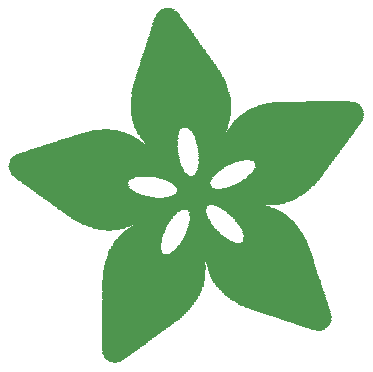
<source format=gbo>
G75*
%MOIN*%
%OFA0B0*%
%FSLAX25Y25*%
%IPPOS*%
%LPD*%
%AMOC8*
5,1,8,0,0,1.08239X$1,22.5*
%
%ADD10R,0.01665X0.00185*%
%ADD11R,0.02775X0.00185*%
%ADD12R,0.03700X0.00185*%
%ADD13R,0.04440X0.00185*%
%ADD14R,0.04995X0.00185*%
%ADD15R,0.05550X0.00185*%
%ADD16R,0.06290X0.00185*%
%ADD17R,0.06660X0.00185*%
%ADD18R,0.07030X0.00185*%
%ADD19R,0.07400X0.00185*%
%ADD20R,0.07770X0.00185*%
%ADD21R,0.08325X0.00185*%
%ADD22R,0.08510X0.00185*%
%ADD23R,0.08880X0.00185*%
%ADD24R,0.09250X0.00185*%
%ADD25R,0.09435X0.00185*%
%ADD26R,0.09805X0.00185*%
%ADD27R,0.10175X0.00185*%
%ADD28R,0.10360X0.00185*%
%ADD29R,0.10730X0.00185*%
%ADD30R,0.10915X0.00185*%
%ADD31R,0.11285X0.00185*%
%ADD32R,0.11655X0.00185*%
%ADD33R,0.11840X0.00185*%
%ADD34R,0.12025X0.00185*%
%ADD35R,0.12395X0.00185*%
%ADD36R,0.12580X0.00185*%
%ADD37R,0.12765X0.00185*%
%ADD38R,0.13135X0.00185*%
%ADD39R,0.13320X0.00185*%
%ADD40R,0.13690X0.00185*%
%ADD41R,0.13875X0.00185*%
%ADD42R,0.14060X0.00185*%
%ADD43R,0.14430X0.00185*%
%ADD44R,0.14615X0.00185*%
%ADD45R,0.14800X0.00185*%
%ADD46R,0.15170X0.00185*%
%ADD47R,0.15355X0.00185*%
%ADD48R,0.15540X0.00185*%
%ADD49R,0.15910X0.00185*%
%ADD50R,0.16095X0.00185*%
%ADD51R,0.16465X0.00185*%
%ADD52R,0.16650X0.00185*%
%ADD53R,0.16835X0.00185*%
%ADD54R,0.17205X0.00185*%
%ADD55R,0.17390X0.00185*%
%ADD56R,0.17575X0.00185*%
%ADD57R,0.17945X0.00185*%
%ADD58R,0.18130X0.00185*%
%ADD59R,0.18315X0.00185*%
%ADD60R,0.18685X0.00185*%
%ADD61R,0.18870X0.00185*%
%ADD62R,0.19240X0.00185*%
%ADD63R,0.19425X0.00185*%
%ADD64R,0.19610X0.00185*%
%ADD65R,0.19980X0.00185*%
%ADD66R,0.20165X0.00185*%
%ADD67R,0.20350X0.00185*%
%ADD68R,0.02220X0.00185*%
%ADD69R,0.20720X0.00185*%
%ADD70R,0.03515X0.00185*%
%ADD71R,0.20905X0.00185*%
%ADD72R,0.04625X0.00185*%
%ADD73R,0.21275X0.00185*%
%ADD74R,0.05365X0.00185*%
%ADD75R,0.21460X0.00185*%
%ADD76R,0.21645X0.00185*%
%ADD77R,0.07030X0.00185*%
%ADD78R,0.22015X0.00185*%
%ADD79R,0.22200X0.00185*%
%ADD80R,0.08510X0.00185*%
%ADD81R,0.22385X0.00185*%
%ADD82R,0.22755X0.00185*%
%ADD83R,0.09990X0.00185*%
%ADD84R,0.22940X0.00185*%
%ADD85R,0.10545X0.00185*%
%ADD86R,0.23125X0.00185*%
%ADD87R,0.23495X0.00185*%
%ADD88R,0.12025X0.00185*%
%ADD89R,0.23680X0.00185*%
%ADD90R,0.24050X0.00185*%
%ADD91R,0.24235X0.00185*%
%ADD92R,0.24420X0.00185*%
%ADD93R,0.24790X0.00185*%
%ADD94R,0.14985X0.00185*%
%ADD95R,0.24975X0.00185*%
%ADD96R,0.15725X0.00185*%
%ADD97R,0.25160X0.00185*%
%ADD98R,0.16280X0.00185*%
%ADD99R,0.25530X0.00185*%
%ADD100R,0.25715X0.00185*%
%ADD101R,0.17390X0.00185*%
%ADD102R,0.25900X0.00185*%
%ADD103R,0.26085X0.00185*%
%ADD104R,0.18500X0.00185*%
%ADD105R,0.26455X0.00185*%
%ADD106R,0.19055X0.00185*%
%ADD107R,0.26640X0.00185*%
%ADD108R,0.26825X0.00185*%
%ADD109R,0.27010X0.00185*%
%ADD110R,0.20535X0.00185*%
%ADD111R,0.27195X0.00185*%
%ADD112R,0.21090X0.00185*%
%ADD113R,0.27380X0.00185*%
%ADD114R,0.27565X0.00185*%
%ADD115R,0.22385X0.00185*%
%ADD116R,0.27750X0.00185*%
%ADD117R,0.27935X0.00185*%
%ADD118R,0.23310X0.00185*%
%ADD119R,0.28120X0.00185*%
%ADD120R,0.23865X0.00185*%
%ADD121R,0.28305X0.00185*%
%ADD122R,0.28490X0.00185*%
%ADD123R,0.24790X0.00185*%
%ADD124R,0.28675X0.00185*%
%ADD125R,0.25345X0.00185*%
%ADD126R,0.28860X0.00185*%
%ADD127R,0.25900X0.00185*%
%ADD128R,0.29045X0.00185*%
%ADD129R,0.26270X0.00185*%
%ADD130R,0.29230X0.00185*%
%ADD131R,0.26825X0.00185*%
%ADD132R,0.29415X0.00185*%
%ADD133R,0.27195X0.00185*%
%ADD134R,0.29600X0.00185*%
%ADD135R,0.29785X0.00185*%
%ADD136R,0.28305X0.00185*%
%ADD137R,0.29970X0.00185*%
%ADD138R,0.28860X0.00185*%
%ADD139R,0.30155X0.00185*%
%ADD140R,0.29045X0.00185*%
%ADD141R,0.30340X0.00185*%
%ADD142R,0.29785X0.00185*%
%ADD143R,0.30525X0.00185*%
%ADD144R,0.30710X0.00185*%
%ADD145R,0.30525X0.00185*%
%ADD146R,0.30895X0.00185*%
%ADD147R,0.31080X0.00185*%
%ADD148R,0.30895X0.00185*%
%ADD149R,0.31265X0.00185*%
%ADD150R,0.31450X0.00185*%
%ADD151R,0.31635X0.00185*%
%ADD152R,0.32005X0.00185*%
%ADD153R,0.32005X0.00185*%
%ADD154R,0.31820X0.00185*%
%ADD155R,0.32190X0.00185*%
%ADD156R,0.31820X0.00185*%
%ADD157R,0.32560X0.00185*%
%ADD158R,0.32560X0.00185*%
%ADD159R,0.32745X0.00185*%
%ADD160R,0.33115X0.00185*%
%ADD161R,0.32375X0.00185*%
%ADD162R,0.33300X0.00185*%
%ADD163R,0.33485X0.00185*%
%ADD164R,0.33670X0.00185*%
%ADD165R,0.32745X0.00185*%
%ADD166R,0.33855X0.00185*%
%ADD167R,0.32930X0.00185*%
%ADD168R,0.33855X0.00185*%
%ADD169R,0.34040X0.00185*%
%ADD170R,0.34225X0.00185*%
%ADD171R,0.34410X0.00185*%
%ADD172R,0.34595X0.00185*%
%ADD173R,0.34780X0.00185*%
%ADD174R,0.34965X0.00185*%
%ADD175R,0.33485X0.00185*%
%ADD176R,0.34965X0.00185*%
%ADD177R,0.33670X0.00185*%
%ADD178R,0.35150X0.00185*%
%ADD179R,0.35335X0.00185*%
%ADD180R,0.35520X0.00185*%
%ADD181R,0.34040X0.00185*%
%ADD182R,0.35705X0.00185*%
%ADD183R,0.35520X0.00185*%
%ADD184R,0.34040X0.00185*%
%ADD185R,0.34225X0.00185*%
%ADD186R,0.35890X0.00185*%
%ADD187R,0.36075X0.00185*%
%ADD188R,0.35890X0.00185*%
%ADD189R,0.36075X0.00185*%
%ADD190R,0.34225X0.00185*%
%ADD191R,0.36260X0.00185*%
%ADD192R,0.36260X0.00185*%
%ADD193R,0.36075X0.00185*%
%ADD194R,0.36260X0.00185*%
%ADD195R,0.36260X0.00185*%
%ADD196R,0.69375X0.00185*%
%ADD197R,0.69190X0.00185*%
%ADD198R,0.69005X0.00185*%
%ADD199R,0.69005X0.00185*%
%ADD200R,0.68820X0.00185*%
%ADD201R,0.68635X0.00185*%
%ADD202R,0.68450X0.00185*%
%ADD203R,0.68265X0.00185*%
%ADD204R,0.68080X0.00185*%
%ADD205R,0.67895X0.00185*%
%ADD206R,0.47730X0.00185*%
%ADD207R,0.18685X0.00185*%
%ADD208R,0.47175X0.00185*%
%ADD209R,0.46805X0.00185*%
%ADD210R,0.46435X0.00185*%
%ADD211R,0.17760X0.00185*%
%ADD212R,0.46250X0.00185*%
%ADD213R,0.45695X0.00185*%
%ADD214R,0.17390X0.00185*%
%ADD215R,0.45510X0.00185*%
%ADD216R,0.45325X0.00185*%
%ADD217R,0.17205X0.00185*%
%ADD218R,0.44955X0.00185*%
%ADD219R,0.17020X0.00185*%
%ADD220R,0.44770X0.00185*%
%ADD221R,0.44585X0.00185*%
%ADD222R,0.16835X0.00185*%
%ADD223R,0.44215X0.00185*%
%ADD224R,0.44030X0.00185*%
%ADD225R,0.43845X0.00185*%
%ADD226R,0.16465X0.00185*%
%ADD227R,0.43475X0.00185*%
%ADD228R,0.16280X0.00185*%
%ADD229R,0.43105X0.00185*%
%ADD230R,0.42920X0.00185*%
%ADD231R,0.16095X0.00185*%
%ADD232R,0.42735X0.00185*%
%ADD233R,0.42550X0.00185*%
%ADD234R,0.22755X0.00185*%
%ADD235R,0.19240X0.00185*%
%ADD236R,0.15725X0.00185*%
%ADD237R,0.21830X0.00185*%
%ADD238R,0.15725X0.00185*%
%ADD239R,0.21460X0.00185*%
%ADD240R,0.21090X0.00185*%
%ADD241R,0.15540X0.00185*%
%ADD242R,0.15355X0.00185*%
%ADD243R,0.20720X0.00185*%
%ADD244R,0.15910X0.00185*%
%ADD245R,0.15170X0.00185*%
%ADD246R,0.20535X0.00185*%
%ADD247R,0.14985X0.00185*%
%ADD248R,0.14245X0.00185*%
%ADD249R,0.14800X0.00185*%
%ADD250R,0.20350X0.00185*%
%ADD251R,0.13875X0.00185*%
%ADD252R,0.14615X0.00185*%
%ADD253R,0.19980X0.00185*%
%ADD254R,0.19795X0.00185*%
%ADD255R,0.14060X0.00185*%
%ADD256R,0.13875X0.00185*%
%ADD257R,0.19610X0.00185*%
%ADD258R,0.11100X0.00185*%
%ADD259R,0.19610X0.00185*%
%ADD260R,0.10730X0.00185*%
%ADD261R,0.13505X0.00185*%
%ADD262R,0.19425X0.00185*%
%ADD263R,0.10175X0.00185*%
%ADD264R,0.12950X0.00185*%
%ADD265R,0.01850X0.00185*%
%ADD266R,0.09435X0.00185*%
%ADD267R,0.07215X0.00185*%
%ADD268R,0.12580X0.00185*%
%ADD269R,0.08880X0.00185*%
%ADD270R,0.09065X0.00185*%
%ADD271R,0.12210X0.00185*%
%ADD272R,0.08695X0.00185*%
%ADD273R,0.11470X0.00185*%
%ADD274R,0.11840X0.00185*%
%ADD275R,0.13690X0.00185*%
%ADD276R,0.08140X0.00185*%
%ADD277R,0.11470X0.00185*%
%ADD278R,0.19240X0.00185*%
%ADD279R,0.07955X0.00185*%
%ADD280R,0.19055X0.00185*%
%ADD281R,0.07770X0.00185*%
%ADD282R,0.28490X0.00185*%
%ADD283R,0.07215X0.00185*%
%ADD284R,0.06845X0.00185*%
%ADD285R,0.19055X0.00185*%
%ADD286R,0.06845X0.00185*%
%ADD287R,0.31450X0.00185*%
%ADD288R,0.06475X0.00185*%
%ADD289R,0.32745X0.00185*%
%ADD290R,0.18870X0.00185*%
%ADD291R,0.06105X0.00185*%
%ADD292R,0.05920X0.00185*%
%ADD293R,0.34965X0.00185*%
%ADD294R,0.05735X0.00185*%
%ADD295R,0.05735X0.00185*%
%ADD296R,0.35890X0.00185*%
%ADD297R,0.05550X0.00185*%
%ADD298R,0.36630X0.00185*%
%ADD299R,0.37185X0.00185*%
%ADD300R,0.37555X0.00185*%
%ADD301R,0.38110X0.00185*%
%ADD302R,0.05735X0.00185*%
%ADD303R,0.38480X0.00185*%
%ADD304R,0.39035X0.00185*%
%ADD305R,0.05920X0.00185*%
%ADD306R,0.39590X0.00185*%
%ADD307R,0.06105X0.00185*%
%ADD308R,0.40145X0.00185*%
%ADD309R,0.17945X0.00185*%
%ADD310R,0.06475X0.00185*%
%ADD311R,0.40885X0.00185*%
%ADD312R,0.17760X0.00185*%
%ADD313R,0.49025X0.00185*%
%ADD314R,0.49210X0.00185*%
%ADD315R,0.17575X0.00185*%
%ADD316R,0.49765X0.00185*%
%ADD317R,0.49950X0.00185*%
%ADD318R,0.50320X0.00185*%
%ADD319R,0.50875X0.00185*%
%ADD320R,0.51245X0.00185*%
%ADD321R,0.51985X0.00185*%
%ADD322R,0.01480X0.00185*%
%ADD323R,0.69745X0.00185*%
%ADD324R,0.75850X0.00185*%
%ADD325R,0.77145X0.00185*%
%ADD326R,0.78070X0.00185*%
%ADD327R,0.78995X0.00185*%
%ADD328R,0.79735X0.00185*%
%ADD329R,0.80475X0.00185*%
%ADD330R,0.81400X0.00185*%
%ADD331R,0.81955X0.00185*%
%ADD332R,0.82695X0.00185*%
%ADD333R,0.83250X0.00185*%
%ADD334R,0.83805X0.00185*%
%ADD335R,0.84545X0.00185*%
%ADD336R,0.44400X0.00185*%
%ADD337R,0.37370X0.00185*%
%ADD338R,0.42920X0.00185*%
%ADD339R,0.34595X0.00185*%
%ADD340R,0.42735X0.00185*%
%ADD341R,0.43105X0.00185*%
%ADD342R,0.43290X0.00185*%
%ADD343R,0.43475X0.00185*%
%ADD344R,0.12210X0.00185*%
%ADD345R,0.28120X0.00185*%
%ADD346R,0.11840X0.00185*%
%ADD347R,0.27010X0.00185*%
%ADD348R,0.12395X0.00185*%
%ADD349R,0.25715X0.00185*%
%ADD350R,0.35520X0.00185*%
%ADD351R,0.25530X0.00185*%
%ADD352R,0.13690X0.00185*%
%ADD353R,0.35705X0.00185*%
%ADD354R,0.14615X0.00185*%
%ADD355R,0.37000X0.00185*%
%ADD356R,0.25160X0.00185*%
%ADD357R,0.17020X0.00185*%
%ADD358R,0.38665X0.00185*%
%ADD359R,0.39220X0.00185*%
%ADD360R,0.24605X0.00185*%
%ADD361R,0.41255X0.00185*%
%ADD362R,0.24605X0.00185*%
%ADD363R,0.66600X0.00185*%
%ADD364R,0.58645X0.00185*%
%ADD365R,0.24420X0.00185*%
%ADD366R,0.06845X0.00185*%
%ADD367R,0.58460X0.00185*%
%ADD368R,0.58460X0.00185*%
%ADD369R,0.58275X0.00185*%
%ADD370R,0.24235X0.00185*%
%ADD371R,0.07585X0.00185*%
%ADD372R,0.58090X0.00185*%
%ADD373R,0.58090X0.00185*%
%ADD374R,0.07955X0.00185*%
%ADD375R,0.08140X0.00185*%
%ADD376R,0.57905X0.00185*%
%ADD377R,0.24235X0.00185*%
%ADD378R,0.57720X0.00185*%
%ADD379R,0.24605X0.00185*%
%ADD380R,0.57535X0.00185*%
%ADD381R,0.24790X0.00185*%
%ADD382R,0.10175X0.00185*%
%ADD383R,0.57350X0.00185*%
%ADD384R,0.24975X0.00185*%
%ADD385R,0.57350X0.00185*%
%ADD386R,0.57165X0.00185*%
%ADD387R,0.11655X0.00185*%
%ADD388R,0.56980X0.00185*%
%ADD389R,0.56795X0.00185*%
%ADD390R,0.56610X0.00185*%
%ADD391R,0.56425X0.00185*%
%ADD392R,0.45140X0.00185*%
%ADD393R,0.56425X0.00185*%
%ADD394R,0.45140X0.00185*%
%ADD395R,0.56055X0.00185*%
%ADD396R,0.45325X0.00185*%
%ADD397R,0.55870X0.00185*%
%ADD398R,0.45510X0.00185*%
%ADD399R,0.55685X0.00185*%
%ADD400R,0.45695X0.00185*%
%ADD401R,0.55315X0.00185*%
%ADD402R,0.45880X0.00185*%
%ADD403R,0.55130X0.00185*%
%ADD404R,0.46065X0.00185*%
%ADD405R,0.54760X0.00185*%
%ADD406R,0.54575X0.00185*%
%ADD407R,0.54205X0.00185*%
%ADD408R,0.46435X0.00185*%
%ADD409R,0.53650X0.00185*%
%ADD410R,0.46620X0.00185*%
%ADD411R,0.53095X0.00185*%
%ADD412R,0.52725X0.00185*%
%ADD413R,0.46990X0.00185*%
%ADD414R,0.52170X0.00185*%
%ADD415R,0.51615X0.00185*%
%ADD416R,0.47360X0.00185*%
%ADD417R,0.50320X0.00185*%
%ADD418R,0.47545X0.00185*%
%ADD419R,0.49580X0.00185*%
%ADD420R,0.47730X0.00185*%
%ADD421R,0.49025X0.00185*%
%ADD422R,0.47915X0.00185*%
%ADD423R,0.48470X0.00185*%
%ADD424R,0.48100X0.00185*%
%ADD425R,0.47915X0.00185*%
%ADD426R,0.48285X0.00185*%
%ADD427R,0.47360X0.00185*%
%ADD428R,0.46065X0.00185*%
%ADD429R,0.48655X0.00185*%
%ADD430R,0.10360X0.00185*%
%ADD431R,0.10545X0.00185*%
%ADD432R,0.49395X0.00185*%
%ADD433R,0.32375X0.00185*%
%ADD434R,0.10730X0.00185*%
%ADD435R,0.49950X0.00185*%
%ADD436R,0.10915X0.00185*%
%ADD437R,0.50135X0.00185*%
%ADD438R,0.50505X0.00185*%
%ADD439R,0.50690X0.00185*%
%ADD440R,0.26640X0.00185*%
%ADD441R,0.51060X0.00185*%
%ADD442R,0.51245X0.00185*%
%ADD443R,0.51430X0.00185*%
%ADD444R,0.51615X0.00185*%
%ADD445R,0.12395X0.00185*%
%ADD446R,0.51800X0.00185*%
%ADD447R,0.12580X0.00185*%
%ADD448R,0.22200X0.00185*%
%ADD449R,0.20535X0.00185*%
%ADD450R,0.52540X0.00185*%
%ADD451R,0.13320X0.00185*%
%ADD452R,0.13505X0.00185*%
%ADD453R,0.53465X0.00185*%
%ADD454R,0.13505X0.00185*%
%ADD455R,0.42550X0.00185*%
%ADD456R,0.11470X0.00185*%
%ADD457R,0.14060X0.00185*%
%ADD458R,0.12025X0.00185*%
%ADD459R,0.02405X0.00185*%
%ADD460R,0.31080X0.00185*%
%ADD461R,0.32005X0.00185*%
%ADD462R,0.32190X0.00185*%
%ADD463R,0.42365X0.00185*%
%ADD464R,0.32375X0.00185*%
%ADD465R,0.42365X0.00185*%
%ADD466R,0.42180X0.00185*%
%ADD467R,0.41995X0.00185*%
%ADD468R,0.41810X0.00185*%
%ADD469R,0.41625X0.00185*%
%ADD470R,0.41440X0.00185*%
%ADD471R,0.41070X0.00185*%
%ADD472R,0.33115X0.00185*%
%ADD473R,0.40885X0.00185*%
%ADD474R,0.40515X0.00185*%
%ADD475R,0.39960X0.00185*%
%ADD476R,0.39590X0.00185*%
%ADD477R,0.39405X0.00185*%
%ADD478R,0.38295X0.00185*%
%ADD479R,0.37740X0.00185*%
%ADD480R,0.36445X0.00185*%
%ADD481R,0.35705X0.00185*%
%ADD482R,0.35335X0.00185*%
%ADD483R,0.30525X0.00185*%
%ADD484R,0.27935X0.00185*%
%ADD485R,0.32560X0.00185*%
%ADD486R,0.31820X0.00185*%
%ADD487R,0.31635X0.00185*%
%ADD488R,0.30340X0.00185*%
%ADD489R,0.28860X0.00185*%
%ADD490R,0.27380X0.00185*%
%ADD491R,0.26270X0.00185*%
%ADD492R,0.26085X0.00185*%
%ADD493R,0.25530X0.00185*%
%ADD494R,0.25530X0.00185*%
%ADD495R,0.24975X0.00185*%
%ADD496R,0.23310X0.00185*%
%ADD497R,0.22570X0.00185*%
%ADD498R,0.21460X0.00185*%
%ADD499R,0.21275X0.00185*%
%ADD500R,0.20905X0.00185*%
%ADD501R,0.19795X0.00185*%
%ADD502R,0.19610X0.00185*%
%ADD503R,0.17760X0.00185*%
%ADD504R,0.15910X0.00185*%
%ADD505R,0.11840X0.00185*%
%ADD506R,0.09990X0.00185*%
%ADD507R,0.09620X0.00185*%
%ADD508R,0.07955X0.00185*%
%ADD509R,0.06660X0.00185*%
%ADD510R,0.04440X0.00185*%
%ADD511R,0.02960X0.00185*%
D10*
X0058116Y0023926D03*
D11*
X0058117Y0024111D03*
D12*
X0058209Y0024296D03*
X0075599Y0141586D03*
D13*
X0058209Y0024481D03*
D14*
X0058116Y0024666D03*
X0075507Y0141216D03*
D15*
X0058209Y0024851D03*
D16*
X0058209Y0025036D03*
X0086144Y0071656D03*
X0086144Y0071841D03*
X0054879Y0101256D03*
X0075599Y0140661D03*
X0125364Y0035396D03*
D17*
X0058209Y0025221D03*
D18*
X0058209Y0025406D03*
X0087624Y0086086D03*
X0088549Y0087011D03*
X0088734Y0087196D03*
X0075599Y0140106D03*
X0075599Y0140291D03*
D19*
X0075599Y0139921D03*
X0089104Y0087566D03*
X0086514Y0070176D03*
X0058394Y0025591D03*
D20*
X0058394Y0025776D03*
X0089289Y0087936D03*
X0075599Y0139736D03*
X0124994Y0035766D03*
D21*
X0058487Y0025961D03*
X0075692Y0139181D03*
X0075692Y0139366D03*
D22*
X0075784Y0138996D03*
X0089844Y0088491D03*
X0058579Y0026146D03*
D23*
X0058579Y0026331D03*
X0090214Y0088861D03*
X0075784Y0138811D03*
D24*
X0075784Y0138441D03*
X0090399Y0089046D03*
X0086884Y0068511D03*
X0124624Y0036136D03*
X0058764Y0026516D03*
D25*
X0058857Y0026701D03*
D26*
X0058857Y0026886D03*
X0086977Y0068141D03*
X0090677Y0089416D03*
X0075877Y0137886D03*
D27*
X0073842Y0096076D03*
X0059042Y0027071D03*
D28*
X0059134Y0027256D03*
X0055989Y0068696D03*
X0091139Y0089786D03*
D29*
X0091324Y0089971D03*
X0076154Y0136961D03*
X0059319Y0027441D03*
D30*
X0059412Y0027626D03*
X0089382Y0100331D03*
D31*
X0089382Y0100516D03*
X0091602Y0090156D03*
X0073287Y0097371D03*
X0073287Y0097556D03*
X0087347Y0067031D03*
X0123976Y0036691D03*
X0059412Y0027811D03*
X0076247Y0136406D03*
D32*
X0076247Y0136221D03*
X0089382Y0100886D03*
X0073102Y0097926D03*
X0087347Y0066846D03*
X0059597Y0027996D03*
D33*
X0059689Y0028181D03*
X0087439Y0066661D03*
X0084109Y0082571D03*
X0073009Y0098111D03*
X0073009Y0098296D03*
X0089289Y0101071D03*
X0069309Y0069066D03*
X0076339Y0136036D03*
D34*
X0089197Y0101256D03*
X0072917Y0098481D03*
X0083832Y0082941D03*
X0084017Y0082756D03*
X0087532Y0066476D03*
X0059782Y0028366D03*
D35*
X0059966Y0028551D03*
D36*
X0060059Y0028736D03*
X0087624Y0066291D03*
X0068569Y0068326D03*
X0072824Y0099036D03*
X0076524Y0135296D03*
X0123514Y0037061D03*
D37*
X0087716Y0066106D03*
X0085127Y0081831D03*
X0083462Y0083496D03*
X0092342Y0090711D03*
X0089012Y0101811D03*
X0072731Y0099221D03*
X0068477Y0068141D03*
X0060151Y0028921D03*
X0076431Y0135111D03*
D38*
X0076616Y0134741D03*
X0076616Y0134556D03*
X0089012Y0101996D03*
X0068107Y0067771D03*
X0067922Y0067586D03*
X0087716Y0065921D03*
X0060337Y0029106D03*
D39*
X0060429Y0029291D03*
X0087809Y0065736D03*
X0083184Y0083866D03*
X0092619Y0090896D03*
X0123329Y0037246D03*
D40*
X0067644Y0067216D03*
X0067459Y0067031D03*
X0060614Y0029476D03*
X0076709Y0134186D03*
D41*
X0123051Y0037431D03*
X0060707Y0029661D03*
D42*
X0060799Y0029846D03*
X0082814Y0084236D03*
D43*
X0072454Y0101071D03*
X0076894Y0133446D03*
X0066719Y0065921D03*
X0060984Y0030031D03*
X0122774Y0037616D03*
D44*
X0088087Y0065181D03*
X0066626Y0065736D03*
X0055897Y0069436D03*
X0054602Y0100331D03*
X0072547Y0101256D03*
X0076802Y0133261D03*
X0061076Y0030216D03*
D45*
X0061169Y0030401D03*
D46*
X0061354Y0030586D03*
X0093544Y0091266D03*
D47*
X0072547Y0101811D03*
X0061447Y0030771D03*
D48*
X0061539Y0030956D03*
X0055989Y0069621D03*
X0054509Y0100146D03*
X0072639Y0101996D03*
D49*
X0072639Y0102181D03*
X0065424Y0063516D03*
X0065424Y0063331D03*
X0061724Y0031141D03*
D50*
X0061816Y0031326D03*
X0077172Y0131781D03*
D51*
X0077172Y0131596D03*
X0062001Y0031511D03*
D52*
X0062094Y0031696D03*
X0065054Y0062036D03*
X0065054Y0062221D03*
X0055989Y0069806D03*
X0054509Y0099961D03*
X0077264Y0131226D03*
X0077264Y0131411D03*
D53*
X0099372Y0076281D03*
X0099927Y0076096D03*
X0088642Y0064256D03*
X0064962Y0061666D03*
X0062187Y0031881D03*
X0121757Y0038356D03*
D54*
X0101037Y0075726D03*
X0062372Y0032066D03*
X0077357Y0130671D03*
X0077357Y0130856D03*
D55*
X0062464Y0032251D03*
D56*
X0062557Y0032436D03*
X0077357Y0130486D03*
D57*
X0077541Y0130116D03*
X0081612Y0085346D03*
X0089012Y0063886D03*
X0062741Y0032621D03*
X0121202Y0038726D03*
D58*
X0104089Y0074246D03*
X0103719Y0074431D03*
X0103534Y0074616D03*
X0064869Y0060371D03*
X0062834Y0032806D03*
X0077449Y0129931D03*
D59*
X0077541Y0129746D03*
X0104367Y0074061D03*
X0064962Y0060186D03*
X0062926Y0032991D03*
D60*
X0063112Y0033176D03*
X0105662Y0073136D03*
X0106032Y0072766D03*
X0106217Y0072581D03*
X0054232Y0099591D03*
D61*
X0081149Y0085531D03*
X0106494Y0072396D03*
X0107049Y0071841D03*
X0107234Y0071656D03*
X0107419Y0071471D03*
X0107604Y0071286D03*
X0063204Y0033361D03*
X0077634Y0129191D03*
D62*
X0077819Y0128821D03*
X0109084Y0069436D03*
X0109454Y0068881D03*
X0109639Y0068696D03*
X0063389Y0033546D03*
D63*
X0063482Y0033731D03*
X0109917Y0068141D03*
X0109917Y0068326D03*
X0109732Y0068511D03*
X0109362Y0069066D03*
X0077726Y0128636D03*
D64*
X0054139Y0099406D03*
X0120369Y0039281D03*
X0063574Y0033916D03*
D65*
X0063759Y0034101D03*
D66*
X0063851Y0034286D03*
X0111027Y0065736D03*
X0111027Y0065921D03*
X0120092Y0039466D03*
X0080687Y0085716D03*
X0077912Y0127896D03*
X0077912Y0128081D03*
D67*
X0078004Y0127711D03*
X0111119Y0065366D03*
X0063944Y0034471D03*
D68*
X0125919Y0034656D03*
D69*
X0064129Y0034656D03*
D70*
X0125826Y0034841D03*
D71*
X0064222Y0034841D03*
D72*
X0125642Y0035026D03*
D73*
X0064407Y0035026D03*
D74*
X0056081Y0068141D03*
X0125457Y0035211D03*
D75*
X0064499Y0035211D03*
D76*
X0064591Y0035396D03*
X0119167Y0040021D03*
D77*
X0125179Y0035581D03*
X0086329Y0070731D03*
X0088364Y0086826D03*
D78*
X0078282Y0126046D03*
X0078282Y0126231D03*
X0064776Y0035581D03*
D79*
X0064869Y0035766D03*
D80*
X0086699Y0069251D03*
X0124809Y0035951D03*
D81*
X0064962Y0035951D03*
D82*
X0065147Y0036136D03*
X0078467Y0125491D03*
D83*
X0087069Y0067956D03*
X0124439Y0036321D03*
D84*
X0118519Y0040391D03*
X0065239Y0036321D03*
X0078374Y0125306D03*
D85*
X0076062Y0137146D03*
X0076062Y0137331D03*
X0087162Y0067586D03*
X0124162Y0036506D03*
D86*
X0065332Y0036506D03*
X0053676Y0098666D03*
X0078467Y0125121D03*
D87*
X0065516Y0036691D03*
D88*
X0123792Y0036876D03*
D89*
X0065609Y0036876D03*
X0078559Y0124566D03*
D90*
X0078744Y0124196D03*
X0116484Y0088121D03*
X0116114Y0087566D03*
X0115929Y0087381D03*
X0065794Y0037061D03*
D91*
X0065887Y0037246D03*
X0115281Y0086641D03*
X0115466Y0086826D03*
X0115651Y0087011D03*
X0115837Y0087196D03*
X0116392Y0087936D03*
X0116577Y0088306D03*
X0116762Y0088491D03*
X0078651Y0124011D03*
D92*
X0078744Y0123826D03*
X0114819Y0086086D03*
X0117594Y0040946D03*
X0065979Y0037431D03*
D93*
X0066164Y0037616D03*
X0113894Y0085161D03*
X0114079Y0085346D03*
X0078744Y0123456D03*
X0053399Y0098296D03*
D94*
X0122497Y0037801D03*
D95*
X0066257Y0037801D03*
D96*
X0122312Y0037986D03*
D97*
X0066349Y0037986D03*
X0078929Y0123086D03*
D98*
X0082074Y0084976D03*
X0088549Y0064441D03*
X0122034Y0038171D03*
D99*
X0112784Y0084236D03*
X0117409Y0090341D03*
X0066534Y0038171D03*
D100*
X0066626Y0038356D03*
X0117502Y0090526D03*
D101*
X0101499Y0075541D03*
X0088734Y0064071D03*
X0121479Y0038541D03*
D102*
X0112044Y0083681D03*
X0066719Y0038541D03*
D103*
X0066812Y0038726D03*
X0111767Y0083496D03*
X0117502Y0090711D03*
X0124717Y0110691D03*
D104*
X0104644Y0073876D03*
X0104829Y0073691D03*
X0105199Y0073506D03*
X0105384Y0073321D03*
X0120924Y0038911D03*
X0077634Y0129376D03*
X0077634Y0129561D03*
D105*
X0066997Y0038911D03*
D106*
X0107882Y0070916D03*
X0108067Y0070731D03*
X0108252Y0070546D03*
X0120647Y0039096D03*
X0077726Y0129006D03*
D107*
X0111304Y0083126D03*
X0067089Y0039096D03*
D108*
X0067182Y0039281D03*
X0117317Y0091081D03*
D109*
X0067274Y0039466D03*
D110*
X0119722Y0039651D03*
D111*
X0067366Y0039651D03*
D112*
X0119444Y0039836D03*
D113*
X0110194Y0082571D03*
X0079299Y0120866D03*
X0052844Y0097741D03*
X0067459Y0039836D03*
D114*
X0067551Y0040021D03*
X0109916Y0082386D03*
D115*
X0118797Y0040206D03*
X0078282Y0125861D03*
D116*
X0079299Y0120681D03*
X0079299Y0120496D03*
X0117039Y0091266D03*
X0115559Y0042241D03*
X0067644Y0040206D03*
D117*
X0067737Y0040391D03*
X0115281Y0042426D03*
X0079392Y0120311D03*
D118*
X0078559Y0124936D03*
X0118149Y0040576D03*
D119*
X0067829Y0040576D03*
X0052659Y0097556D03*
D120*
X0053492Y0098481D03*
X0078651Y0124381D03*
X0117872Y0040761D03*
D121*
X0067922Y0040761D03*
X0079392Y0119941D03*
X0079392Y0120126D03*
D122*
X0079484Y0119756D03*
X0079484Y0119571D03*
X0068014Y0040946D03*
D123*
X0117224Y0041131D03*
D124*
X0108992Y0082016D03*
X0068107Y0041131D03*
D125*
X0113062Y0084421D03*
X0113247Y0084606D03*
X0116947Y0041316D03*
D126*
X0068199Y0041316D03*
D127*
X0116669Y0041501D03*
D128*
X0068291Y0041501D03*
D129*
X0111489Y0083311D03*
X0117409Y0090896D03*
X0116299Y0041686D03*
D130*
X0068384Y0041686D03*
X0079484Y0118831D03*
D131*
X0079207Y0121421D03*
X0079207Y0121606D03*
X0116022Y0041871D03*
D132*
X0114356Y0043166D03*
X0068476Y0042056D03*
X0068476Y0041871D03*
X0061262Y0070361D03*
X0079576Y0118461D03*
X0079576Y0118646D03*
X0123976Y0110321D03*
D133*
X0110657Y0082756D03*
X0079207Y0121236D03*
X0115837Y0042056D03*
D134*
X0108344Y0081831D03*
X0068569Y0042241D03*
D135*
X0068662Y0042426D03*
X0113987Y0043536D03*
X0052382Y0097186D03*
X0079576Y0118091D03*
X0079576Y0118276D03*
D136*
X0115097Y0042611D03*
D137*
X0068754Y0042611D03*
X0079669Y0117906D03*
D138*
X0079484Y0119386D03*
X0114819Y0042796D03*
D139*
X0113802Y0043721D03*
X0068847Y0042981D03*
X0068847Y0042796D03*
X0061076Y0070546D03*
X0079576Y0117721D03*
D140*
X0079576Y0119016D03*
X0052567Y0097371D03*
X0061447Y0070176D03*
X0114541Y0042981D03*
D141*
X0068939Y0043166D03*
X0060984Y0070731D03*
X0079669Y0117536D03*
D142*
X0114172Y0043351D03*
D143*
X0069032Y0043351D03*
X0052197Y0097001D03*
D144*
X0079669Y0116796D03*
X0079669Y0116981D03*
X0079669Y0117166D03*
X0069124Y0043721D03*
X0069124Y0043536D03*
X0113339Y0044091D03*
D145*
X0113617Y0043906D03*
D146*
X0069216Y0043906D03*
X0060892Y0070916D03*
D147*
X0069309Y0044091D03*
X0080224Y0102366D03*
X0079669Y0116426D03*
D148*
X0079762Y0116611D03*
X0113247Y0044276D03*
D149*
X0113062Y0044461D03*
X0069401Y0044461D03*
X0069401Y0044276D03*
X0080131Y0102736D03*
X0079762Y0115871D03*
X0079762Y0116056D03*
X0079762Y0116241D03*
D150*
X0080224Y0102921D03*
X0051919Y0096816D03*
X0069494Y0044646D03*
X0112784Y0044646D03*
D151*
X0112692Y0044831D03*
X0069587Y0044831D03*
X0069587Y0045016D03*
X0080131Y0103106D03*
X0080131Y0103291D03*
X0079762Y0115316D03*
X0079762Y0115686D03*
D152*
X0069772Y0045571D03*
X0112507Y0045016D03*
D153*
X0112322Y0045201D03*
D154*
X0069679Y0045201D03*
D155*
X0069864Y0045756D03*
X0069864Y0045941D03*
X0112229Y0045386D03*
D156*
X0069679Y0045386D03*
X0060614Y0071286D03*
X0080224Y0103476D03*
D157*
X0123329Y0109766D03*
X0070049Y0046681D03*
X0070049Y0046496D03*
X0112044Y0045571D03*
D158*
X0111859Y0045756D03*
X0080224Y0104771D03*
X0080224Y0104956D03*
X0079854Y0113466D03*
X0079854Y0113836D03*
D159*
X0079947Y0113281D03*
X0079947Y0113096D03*
X0079947Y0112911D03*
X0079947Y0112726D03*
X0080132Y0105511D03*
X0080132Y0105326D03*
X0080132Y0105141D03*
X0070141Y0046866D03*
X0111767Y0045941D03*
D160*
X0111582Y0046126D03*
X0111397Y0046311D03*
X0070326Y0047791D03*
X0070326Y0047976D03*
X0047017Y0081461D03*
X0051641Y0096446D03*
X0080132Y0106066D03*
X0080132Y0106436D03*
X0080132Y0106621D03*
X0080132Y0106806D03*
X0079947Y0111986D03*
X0079947Y0112171D03*
X0079947Y0112356D03*
D161*
X0060522Y0071471D03*
X0069957Y0046311D03*
X0069957Y0046126D03*
D162*
X0070419Y0048161D03*
X0070419Y0048346D03*
X0070419Y0048531D03*
X0071529Y0057226D03*
X0071529Y0057411D03*
X0060429Y0071841D03*
X0047849Y0080906D03*
X0047479Y0081091D03*
X0047294Y0081276D03*
X0046739Y0081646D03*
X0046554Y0081831D03*
X0080224Y0106991D03*
X0080039Y0110506D03*
X0080039Y0110691D03*
X0080039Y0110876D03*
X0080039Y0111061D03*
X0080039Y0111246D03*
X0080039Y0111431D03*
X0080039Y0111616D03*
X0123144Y0109581D03*
X0111304Y0046496D03*
D163*
X0111212Y0046681D03*
X0111026Y0046866D03*
X0070512Y0048716D03*
X0071437Y0056486D03*
X0071437Y0056671D03*
X0071437Y0056856D03*
X0071437Y0057041D03*
X0048312Y0080536D03*
X0048126Y0080721D03*
X0046276Y0082016D03*
X0080132Y0107176D03*
X0080132Y0107361D03*
X0080132Y0107546D03*
X0080132Y0107731D03*
X0080132Y0107916D03*
X0080132Y0108286D03*
X0080132Y0108471D03*
X0080132Y0108656D03*
X0080132Y0108841D03*
X0080132Y0109026D03*
X0080132Y0109211D03*
X0080132Y0109396D03*
X0080132Y0109581D03*
X0080132Y0109766D03*
X0080132Y0110136D03*
X0080132Y0110321D03*
D164*
X0048774Y0080351D03*
X0071344Y0056301D03*
X0110934Y0047051D03*
D165*
X0070141Y0047051D03*
D166*
X0070697Y0049826D03*
X0070697Y0050011D03*
X0070697Y0050196D03*
X0071252Y0054821D03*
X0071252Y0055006D03*
X0071252Y0055191D03*
X0071252Y0055376D03*
X0071252Y0055561D03*
X0049052Y0080166D03*
X0110841Y0047236D03*
X0122867Y0109396D03*
D167*
X0080224Y0105881D03*
X0080224Y0105696D03*
X0080039Y0112541D03*
X0070234Y0047606D03*
X0070234Y0047421D03*
X0070234Y0047236D03*
D168*
X0049422Y0079981D03*
X0045722Y0082571D03*
X0045537Y0082756D03*
X0051457Y0096261D03*
X0110657Y0047421D03*
D169*
X0110564Y0047606D03*
X0060244Y0072211D03*
D170*
X0049792Y0079796D03*
X0045351Y0082941D03*
X0110287Y0047976D03*
X0110472Y0047791D03*
D171*
X0110194Y0048161D03*
X0045259Y0083126D03*
D172*
X0045166Y0083311D03*
X0051272Y0096076D03*
X0060151Y0072396D03*
X0109916Y0048531D03*
X0110101Y0048346D03*
D173*
X0109824Y0048716D03*
D174*
X0109731Y0048901D03*
D175*
X0070512Y0048901D03*
X0046091Y0082201D03*
X0080132Y0108101D03*
X0080132Y0109951D03*
D176*
X0109547Y0049086D03*
D177*
X0071344Y0055746D03*
X0071344Y0055931D03*
X0071344Y0056116D03*
X0070604Y0049641D03*
X0070604Y0049456D03*
X0070604Y0049271D03*
X0070604Y0049086D03*
X0060244Y0072026D03*
X0045999Y0082386D03*
D178*
X0044889Y0083681D03*
X0109269Y0049641D03*
X0109454Y0049456D03*
X0109454Y0049271D03*
D179*
X0109177Y0049826D03*
X0108992Y0050196D03*
X0060151Y0072766D03*
D180*
X0051179Y0079241D03*
X0108899Y0050381D03*
X0109084Y0050011D03*
D181*
X0071159Y0053526D03*
X0071159Y0053711D03*
X0071159Y0053896D03*
X0071159Y0054081D03*
X0071159Y0054266D03*
X0071159Y0054636D03*
X0070974Y0052046D03*
X0070974Y0051861D03*
X0070974Y0051676D03*
X0070974Y0051491D03*
X0070974Y0051306D03*
X0070789Y0050936D03*
X0070789Y0050566D03*
X0070789Y0050381D03*
D182*
X0108437Y0051306D03*
X0108622Y0051121D03*
X0108622Y0050936D03*
X0108807Y0050566D03*
D183*
X0108714Y0050751D03*
D184*
X0071159Y0054451D03*
X0070789Y0050751D03*
D185*
X0070882Y0051121D03*
X0071067Y0052231D03*
X0071067Y0052416D03*
X0071067Y0052786D03*
X0071067Y0052971D03*
X0071067Y0053156D03*
X0071067Y0053341D03*
D186*
X0108159Y0052046D03*
X0108159Y0051861D03*
X0108344Y0051676D03*
X0108344Y0051491D03*
D187*
X0108067Y0052231D03*
X0107882Y0052786D03*
X0107697Y0052971D03*
X0107697Y0053156D03*
X0107697Y0053341D03*
X0107512Y0053526D03*
X0107512Y0053711D03*
X0107326Y0054081D03*
X0107326Y0054266D03*
X0051826Y0079056D03*
X0044612Y0084236D03*
D188*
X0107974Y0052416D03*
D189*
X0107882Y0052601D03*
D190*
X0071067Y0052601D03*
D191*
X0060059Y0073136D03*
X0107419Y0053896D03*
D192*
X0107234Y0054451D03*
D193*
X0107142Y0054636D03*
X0107142Y0054821D03*
X0106957Y0055191D03*
X0106957Y0055376D03*
X0106957Y0055561D03*
X0106772Y0055931D03*
X0106772Y0056116D03*
X0106587Y0056486D03*
X0106587Y0056671D03*
X0106401Y0057041D03*
X0106401Y0057226D03*
X0106401Y0057411D03*
D194*
X0106494Y0056856D03*
X0106864Y0055746D03*
X0107049Y0055006D03*
D195*
X0106679Y0056301D03*
D196*
X0089567Y0057596D03*
X0089567Y0057781D03*
D197*
X0089659Y0057966D03*
D198*
X0089566Y0058151D03*
D199*
X0089566Y0058336D03*
D200*
X0089659Y0058521D03*
D201*
X0089566Y0058706D03*
X0089566Y0058891D03*
D202*
X0089659Y0059076D03*
D203*
X0089566Y0059261D03*
X0089566Y0059446D03*
D204*
X0089659Y0059631D03*
D205*
X0089566Y0059816D03*
D206*
X0099649Y0060001D03*
D207*
X0105847Y0072951D03*
X0065147Y0060001D03*
D208*
X0099926Y0060186D03*
X0109362Y0094041D03*
D209*
X0099927Y0060371D03*
X0055527Y0095521D03*
D210*
X0100112Y0060556D03*
D211*
X0102424Y0075171D03*
X0064869Y0060741D03*
X0064869Y0060556D03*
D212*
X0100204Y0060741D03*
X0109084Y0093116D03*
D213*
X0100297Y0060926D03*
D214*
X0064869Y0060926D03*
X0064869Y0061111D03*
D215*
X0100389Y0061111D03*
X0056174Y0095891D03*
D216*
X0100482Y0061296D03*
D217*
X0064962Y0061296D03*
D218*
X0100482Y0061481D03*
D219*
X0100574Y0075911D03*
X0064869Y0061481D03*
X0077264Y0131041D03*
D220*
X0100574Y0061666D03*
D221*
X0100667Y0061851D03*
D222*
X0064962Y0061851D03*
D223*
X0100667Y0062036D03*
X0100852Y0081646D03*
D224*
X0100759Y0081461D03*
X0100759Y0062221D03*
D225*
X0100852Y0062406D03*
X0100667Y0081276D03*
D226*
X0065147Y0062591D03*
X0065147Y0062406D03*
D227*
X0097707Y0079056D03*
X0100851Y0062776D03*
X0100851Y0062591D03*
D228*
X0065239Y0062776D03*
X0065239Y0062961D03*
D229*
X0100851Y0062961D03*
D230*
X0100944Y0063146D03*
X0098169Y0079241D03*
X0098909Y0079611D03*
D231*
X0065332Y0063146D03*
D232*
X0099187Y0079796D03*
X0099557Y0079981D03*
X0099742Y0080166D03*
X0101037Y0063331D03*
X0117316Y0101811D03*
X0117687Y0102366D03*
X0118242Y0103106D03*
D233*
X0118334Y0103291D03*
X0118519Y0103476D03*
X0118704Y0103661D03*
X0118704Y0103846D03*
X0118889Y0104031D03*
X0119074Y0104216D03*
X0118149Y0102921D03*
X0117964Y0102736D03*
X0117594Y0102181D03*
X0117409Y0101996D03*
X0117224Y0101626D03*
X0117039Y0101441D03*
X0116854Y0101256D03*
X0116854Y0101071D03*
X0116669Y0100886D03*
X0116484Y0100516D03*
X0116299Y0100331D03*
X0100944Y0063516D03*
D234*
X0110841Y0063701D03*
D235*
X0109269Y0069251D03*
X0089474Y0063701D03*
D236*
X0065517Y0063701D03*
D237*
X0111119Y0063886D03*
X0078189Y0126416D03*
D238*
X0082351Y0084791D03*
X0065701Y0064071D03*
X0065701Y0063886D03*
D239*
X0053954Y0099036D03*
X0078189Y0126786D03*
X0111304Y0064071D03*
D240*
X0111304Y0064256D03*
X0111304Y0064441D03*
D241*
X0065794Y0064256D03*
X0077079Y0132336D03*
D242*
X0076987Y0132521D03*
X0076987Y0132706D03*
X0088272Y0064811D03*
X0065887Y0064441D03*
D243*
X0111304Y0064626D03*
X0111304Y0064811D03*
X0078004Y0127341D03*
X0078004Y0127526D03*
D244*
X0077079Y0131966D03*
X0088364Y0064626D03*
D245*
X0066164Y0064996D03*
X0065979Y0064811D03*
X0065979Y0064626D03*
D246*
X0111212Y0064996D03*
X0111212Y0065181D03*
D247*
X0088087Y0064996D03*
X0082537Y0084606D03*
X0072547Y0101626D03*
X0076987Y0132891D03*
X0066256Y0065181D03*
D248*
X0066812Y0066106D03*
X0066997Y0066291D03*
X0087902Y0065366D03*
X0072547Y0100886D03*
X0076802Y0133631D03*
D249*
X0076894Y0133076D03*
X0072454Y0101441D03*
X0066349Y0065366D03*
D250*
X0111119Y0065551D03*
D251*
X0087901Y0065551D03*
X0076801Y0134001D03*
D252*
X0066441Y0065551D03*
D253*
X0110934Y0066106D03*
X0110934Y0066291D03*
D254*
X0110842Y0066476D03*
X0110657Y0066661D03*
X0110657Y0066846D03*
X0110472Y0067216D03*
D255*
X0092989Y0091081D03*
X0067089Y0066476D03*
X0076709Y0133816D03*
D256*
X0072547Y0100516D03*
X0072547Y0100331D03*
X0067367Y0066846D03*
X0067182Y0066661D03*
D257*
X0110194Y0067771D03*
X0110564Y0067031D03*
D258*
X0087254Y0067216D03*
X0070049Y0069806D03*
X0073379Y0097186D03*
X0076154Y0136591D03*
X0076154Y0136776D03*
D259*
X0110379Y0067401D03*
D260*
X0087254Y0067401D03*
D261*
X0067737Y0067401D03*
D262*
X0110101Y0067956D03*
X0110287Y0067586D03*
D263*
X0087162Y0067771D03*
X0076062Y0137516D03*
D264*
X0076524Y0134926D03*
X0072639Y0099591D03*
X0072639Y0099406D03*
X0083369Y0083681D03*
X0068199Y0067956D03*
D265*
X0056174Y0067956D03*
D266*
X0086977Y0068326D03*
X0090492Y0089231D03*
X0075877Y0138256D03*
D267*
X0088826Y0087381D03*
X0056082Y0068326D03*
D268*
X0055989Y0069066D03*
X0068754Y0068511D03*
X0089104Y0101626D03*
D269*
X0055989Y0068511D03*
D270*
X0086792Y0068696D03*
X0075877Y0138626D03*
D271*
X0076339Y0135666D03*
X0083739Y0083126D03*
X0069124Y0068881D03*
X0068939Y0068696D03*
D272*
X0086792Y0068881D03*
X0086792Y0069066D03*
X0089937Y0088676D03*
X0054787Y0101071D03*
D273*
X0073194Y0097741D03*
X0055989Y0068881D03*
D274*
X0069494Y0069251D03*
X0084479Y0082201D03*
D275*
X0055989Y0069251D03*
D276*
X0086699Y0069436D03*
D277*
X0069864Y0069621D03*
X0069679Y0069436D03*
D278*
X0108529Y0070176D03*
X0108714Y0069991D03*
X0108899Y0069621D03*
D279*
X0086607Y0069621D03*
D280*
X0108437Y0070361D03*
X0108807Y0069806D03*
D281*
X0086514Y0069806D03*
X0086514Y0069991D03*
D282*
X0061539Y0069991D03*
D283*
X0086422Y0070361D03*
X0086422Y0070546D03*
D284*
X0086237Y0070916D03*
X0088087Y0086456D03*
X0088272Y0086641D03*
D285*
X0107697Y0071101D03*
D286*
X0086237Y0071101D03*
D287*
X0060799Y0071101D03*
X0123514Y0109951D03*
D288*
X0086237Y0071471D03*
X0086237Y0071286D03*
D289*
X0060522Y0071656D03*
D290*
X0106679Y0072211D03*
X0106864Y0072026D03*
D291*
X0086051Y0072026D03*
X0086051Y0072211D03*
D292*
X0085959Y0072396D03*
X0085959Y0072581D03*
X0075599Y0140846D03*
D293*
X0044981Y0083496D03*
X0050716Y0079426D03*
X0060151Y0072581D03*
D294*
X0085681Y0073321D03*
X0085681Y0073506D03*
X0085681Y0073691D03*
X0085866Y0072766D03*
D295*
X0085866Y0072951D03*
D296*
X0060059Y0072951D03*
D297*
X0085589Y0073876D03*
X0085774Y0073136D03*
X0075599Y0141031D03*
D298*
X0044519Y0084421D03*
X0060059Y0073321D03*
D299*
X0059967Y0073506D03*
D300*
X0059967Y0073691D03*
D301*
X0059874Y0073876D03*
X0044519Y0084976D03*
D302*
X0085497Y0074246D03*
X0085497Y0074061D03*
D303*
X0059874Y0074061D03*
X0121479Y0107731D03*
D304*
X0121387Y0107546D03*
X0059966Y0074246D03*
D305*
X0085404Y0074431D03*
D306*
X0059874Y0074431D03*
D307*
X0085312Y0074616D03*
D308*
X0059967Y0074616D03*
X0044797Y0085531D03*
X0120832Y0106806D03*
D309*
X0103072Y0074801D03*
D310*
X0085126Y0074801D03*
D311*
X0059967Y0074801D03*
X0120462Y0106251D03*
D312*
X0102794Y0074986D03*
D313*
X0063851Y0074986D03*
D314*
X0063759Y0075171D03*
X0110009Y0096261D03*
X0110009Y0096446D03*
D315*
X0101962Y0075356D03*
X0054417Y0099776D03*
D316*
X0063666Y0075356D03*
X0110101Y0096816D03*
D317*
X0110194Y0097186D03*
X0063574Y0075541D03*
D318*
X0063574Y0075726D03*
D319*
X0063482Y0075911D03*
X0053676Y0094226D03*
D320*
X0063482Y0076096D03*
D321*
X0063482Y0076281D03*
D322*
X0110194Y0076466D03*
X0075784Y0141956D03*
D323*
X0072176Y0076466D03*
D324*
X0075044Y0076651D03*
D325*
X0075322Y0076836D03*
D326*
X0075599Y0077021D03*
D327*
X0075692Y0077206D03*
D328*
X0075877Y0077391D03*
D329*
X0076062Y0077576D03*
D330*
X0076154Y0077761D03*
D331*
X0076247Y0077946D03*
D332*
X0076247Y0078131D03*
D333*
X0076339Y0078316D03*
D334*
X0076432Y0078501D03*
D335*
X0076432Y0078686D03*
D336*
X0096874Y0078871D03*
D337*
X0121849Y0108286D03*
X0052659Y0078871D03*
X0044519Y0084791D03*
D338*
X0098539Y0079426D03*
D339*
X0122682Y0109211D03*
X0050162Y0079611D03*
D340*
X0099927Y0080351D03*
X0117872Y0102551D03*
D341*
X0100297Y0080721D03*
X0100112Y0080536D03*
D342*
X0100389Y0080906D03*
D343*
X0100482Y0081091D03*
D344*
X0092064Y0090526D03*
X0084664Y0082016D03*
D345*
X0109454Y0082201D03*
D346*
X0084294Y0082386D03*
D347*
X0110934Y0082941D03*
D348*
X0089197Y0101441D03*
X0083647Y0083311D03*
X0076432Y0135481D03*
D349*
X0079022Y0122531D03*
X0053122Y0098111D03*
X0112322Y0083866D03*
D350*
X0044704Y0083866D03*
D351*
X0112599Y0084051D03*
D352*
X0082999Y0084051D03*
D353*
X0044612Y0084051D03*
D354*
X0082722Y0084421D03*
X0128972Y0110876D03*
D355*
X0122034Y0108471D03*
X0044519Y0084606D03*
D356*
X0113524Y0084791D03*
X0113709Y0084976D03*
X0117409Y0089971D03*
X0117409Y0090156D03*
D357*
X0081889Y0085161D03*
D358*
X0044612Y0085161D03*
D359*
X0044704Y0085346D03*
D360*
X0078837Y0123641D03*
X0114542Y0085716D03*
X0114357Y0085531D03*
D361*
X0045167Y0085716D03*
D362*
X0114727Y0085901D03*
D363*
X0057654Y0085901D03*
D364*
X0053491Y0086086D03*
D365*
X0115004Y0086271D03*
X0115189Y0086456D03*
X0116854Y0088676D03*
X0117039Y0089046D03*
D366*
X0087902Y0086271D03*
D367*
X0053214Y0086271D03*
X0053029Y0086456D03*
X0052844Y0086641D03*
D368*
X0052659Y0086826D03*
D369*
X0052567Y0087011D03*
X0052382Y0087196D03*
X0052197Y0087381D03*
X0052197Y0087566D03*
D370*
X0116207Y0087751D03*
D371*
X0089197Y0087751D03*
D372*
X0052104Y0087751D03*
D373*
X0051919Y0087936D03*
X0051919Y0088121D03*
D374*
X0089567Y0088121D03*
D375*
X0089659Y0088306D03*
D376*
X0051827Y0088306D03*
X0051827Y0088491D03*
X0051642Y0088676D03*
X0051642Y0088861D03*
D377*
X0116947Y0088861D03*
D378*
X0051549Y0089046D03*
X0051549Y0089231D03*
D379*
X0117132Y0089231D03*
X0117132Y0089416D03*
D380*
X0051457Y0089416D03*
D381*
X0117224Y0089601D03*
D382*
X0090862Y0089601D03*
D383*
X0051549Y0089601D03*
D384*
X0117317Y0089786D03*
D385*
X0051549Y0089786D03*
D386*
X0051457Y0089971D03*
X0051457Y0090156D03*
D387*
X0091787Y0090341D03*
D388*
X0051364Y0090341D03*
X0051364Y0090526D03*
D389*
X0051457Y0090711D03*
D390*
X0051364Y0090896D03*
X0051364Y0091081D03*
D391*
X0051457Y0091266D03*
D392*
X0108529Y0091451D03*
D393*
X0051457Y0091451D03*
D394*
X0108529Y0091636D03*
D395*
X0051457Y0091636D03*
D396*
X0108622Y0091821D03*
D397*
X0051549Y0091821D03*
X0051549Y0092006D03*
D398*
X0108714Y0092006D03*
X0108714Y0092191D03*
D399*
X0051641Y0092191D03*
D400*
X0108807Y0092376D03*
D401*
X0051641Y0092376D03*
D402*
X0108899Y0092561D03*
D403*
X0051734Y0092561D03*
D404*
X0108992Y0092746D03*
X0108992Y0092931D03*
D405*
X0051919Y0092746D03*
D406*
X0052012Y0092931D03*
D407*
X0052197Y0093116D03*
D408*
X0109177Y0093301D03*
D409*
X0052289Y0093301D03*
D410*
X0109269Y0093486D03*
X0109269Y0093671D03*
D411*
X0110657Y0099776D03*
X0110657Y0099961D03*
X0052566Y0093486D03*
D412*
X0052751Y0093671D03*
X0110657Y0099591D03*
D413*
X0109269Y0093856D03*
D414*
X0110564Y0099036D03*
X0110564Y0099221D03*
X0053029Y0093856D03*
D415*
X0053306Y0094041D03*
D416*
X0109454Y0094226D03*
X0109454Y0094411D03*
D417*
X0053954Y0094411D03*
D418*
X0109547Y0094596D03*
D419*
X0054139Y0094596D03*
D420*
X0109639Y0094781D03*
D421*
X0109917Y0096076D03*
X0054417Y0094781D03*
D422*
X0109732Y0094966D03*
D423*
X0109824Y0095521D03*
X0109824Y0095706D03*
X0054694Y0094966D03*
D424*
X0109639Y0095151D03*
D425*
X0054972Y0095151D03*
D426*
X0109732Y0095336D03*
D427*
X0055249Y0095336D03*
D428*
X0055897Y0095706D03*
D429*
X0109917Y0095891D03*
D430*
X0073749Y0096261D03*
D431*
X0073657Y0096446D03*
X0073657Y0096631D03*
X0054787Y0100886D03*
D432*
X0110101Y0096631D03*
D433*
X0080132Y0104586D03*
X0079947Y0114021D03*
X0051826Y0096631D03*
D434*
X0073564Y0096816D03*
D435*
X0110194Y0097001D03*
D436*
X0073472Y0097001D03*
D437*
X0110287Y0097371D03*
D438*
X0110287Y0097556D03*
D439*
X0110379Y0097741D03*
X0110379Y0097926D03*
D440*
X0079114Y0121791D03*
X0053029Y0097926D03*
D441*
X0110379Y0098111D03*
D442*
X0110472Y0098296D03*
D443*
X0110379Y0098481D03*
D444*
X0110472Y0098666D03*
D445*
X0072916Y0098666D03*
D446*
X0110564Y0098851D03*
D447*
X0072824Y0098851D03*
D448*
X0053769Y0098851D03*
D449*
X0054047Y0099221D03*
D450*
X0110564Y0099406D03*
D451*
X0072639Y0099776D03*
D452*
X0072547Y0099961D03*
X0072547Y0100146D03*
D453*
X0110657Y0100146D03*
D454*
X0088827Y0102181D03*
X0054601Y0100516D03*
X0076616Y0134371D03*
D455*
X0116484Y0100701D03*
D456*
X0089289Y0100701D03*
D457*
X0072454Y0100701D03*
D458*
X0054601Y0100701D03*
D459*
X0054972Y0101441D03*
D460*
X0080224Y0102551D03*
D461*
X0080132Y0103661D03*
X0080132Y0103846D03*
X0080132Y0104031D03*
X0079762Y0114761D03*
D462*
X0079854Y0114576D03*
X0079854Y0114391D03*
X0079854Y0114206D03*
X0080224Y0104216D03*
D463*
X0119166Y0104401D03*
D464*
X0080132Y0104401D03*
D465*
X0119351Y0104586D03*
D466*
X0119444Y0104771D03*
X0119629Y0104956D03*
D467*
X0119722Y0105141D03*
D468*
X0119814Y0105326D03*
X0119999Y0105511D03*
D469*
X0120092Y0105696D03*
D470*
X0120184Y0105881D03*
D471*
X0120369Y0106066D03*
D472*
X0080132Y0106251D03*
X0079947Y0111801D03*
D473*
X0120647Y0106436D03*
D474*
X0120647Y0106621D03*
D475*
X0120924Y0106991D03*
D476*
X0121109Y0107176D03*
D477*
X0121201Y0107361D03*
D478*
X0121572Y0107916D03*
D479*
X0121664Y0108101D03*
D480*
X0122126Y0108656D03*
D481*
X0122312Y0108841D03*
D482*
X0122497Y0109026D03*
D483*
X0123792Y0110136D03*
D484*
X0124347Y0110506D03*
D485*
X0079854Y0113651D03*
D486*
X0079854Y0114946D03*
X0079854Y0115131D03*
D487*
X0079762Y0115501D03*
D488*
X0079669Y0117351D03*
D489*
X0079484Y0119201D03*
D490*
X0079299Y0121051D03*
D491*
X0079114Y0121976D03*
X0079114Y0122161D03*
D492*
X0079022Y0122346D03*
D493*
X0078929Y0122716D03*
D494*
X0078929Y0122901D03*
D495*
X0078837Y0123271D03*
D496*
X0078559Y0124751D03*
D497*
X0078374Y0125676D03*
D498*
X0078189Y0126601D03*
D499*
X0078097Y0126971D03*
D500*
X0078097Y0127156D03*
D501*
X0077912Y0128266D03*
D502*
X0077819Y0128451D03*
D503*
X0077449Y0130301D03*
D504*
X0077079Y0132151D03*
D505*
X0076339Y0135851D03*
D506*
X0075969Y0137701D03*
D507*
X0075969Y0138071D03*
D508*
X0075691Y0139551D03*
D509*
X0075599Y0140476D03*
D510*
X0075599Y0141401D03*
D511*
X0075599Y0141771D03*
M02*

</source>
